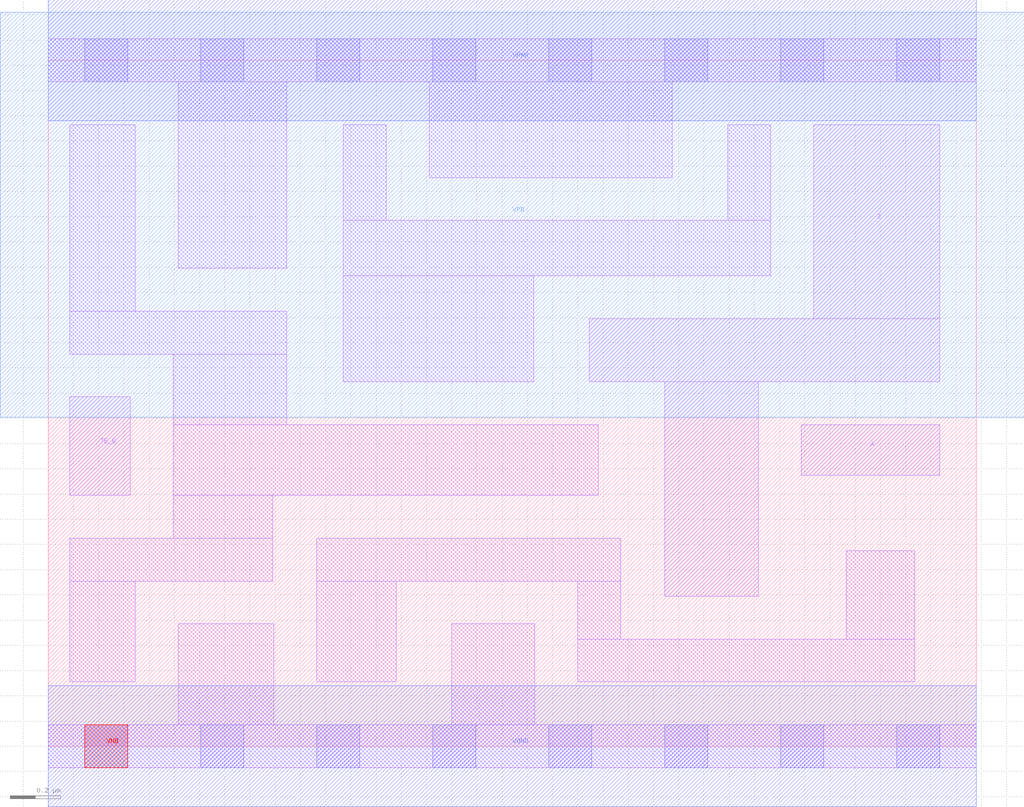
<source format=lef>
# Copyright 2020 The SkyWater PDK Authors
#
# Licensed under the Apache License, Version 2.0 (the "License");
# you may not use this file except in compliance with the License.
# You may obtain a copy of the License at
#
#     https://www.apache.org/licenses/LICENSE-2.0
#
# Unless required by applicable law or agreed to in writing, software
# distributed under the License is distributed on an "AS IS" BASIS,
# WITHOUT WARRANTIES OR CONDITIONS OF ANY KIND, either express or implied.
# See the License for the specific language governing permissions and
# limitations under the License.
#
# SPDX-License-Identifier: Apache-2.0

VERSION 5.7 ;
  NOWIREEXTENSIONATPIN ON ;
  DIVIDERCHAR "/" ;
  BUSBITCHARS "[]" ;
PROPERTYDEFINITIONS
  MACRO maskLayoutSubType STRING ;
  MACRO prCellType STRING ;
  MACRO originalViewName STRING ;
END PROPERTYDEFINITIONS
MACRO sky130_fd_sc_hdll__einvn_2
  CLASS CORE ;
  FOREIGN sky130_fd_sc_hdll__einvn_2 ;
  ORIGIN  0.000000  0.000000 ;
  SIZE  3.680000 BY  2.720000 ;
  SYMMETRY X Y R90 ;
  SITE unithd ;
  PIN A
    ANTENNAGATEAREA  0.555000 ;
    DIRECTION INPUT ;
    USE SIGNAL ;
    PORT
      LAYER li1 ;
        RECT 2.985000 1.075000 3.535000 1.275000 ;
    END
  END A
  PIN TE_B
    ANTENNAGATEAREA  0.516600 ;
    DIRECTION INPUT ;
    USE SIGNAL ;
    PORT
      LAYER li1 ;
        RECT 0.085000 0.995000 0.325000 1.385000 ;
    END
  END TE_B
  PIN VNB
    PORT
      LAYER pwell ;
        RECT 0.145000 -0.085000 0.315000 0.085000 ;
    END
  END VNB
  PIN VPB
    PORT
      LAYER nwell ;
        RECT -0.190000 1.305000 3.870000 2.910000 ;
    END
  END VPB
  PIN Z
    ANTENNADIFFAREA  0.768000 ;
    DIRECTION OUTPUT ;
    USE SIGNAL ;
    PORT
      LAYER li1 ;
        RECT 2.145000 1.445000 3.535000 1.695000 ;
        RECT 2.445000 0.595000 2.815000 1.445000 ;
        RECT 3.035000 1.695000 3.535000 2.465000 ;
    END
  END Z
  PIN VGND
    DIRECTION INOUT ;
    USE GROUND ;
    PORT
      LAYER met1 ;
        RECT 0.000000 -0.240000 3.680000 0.240000 ;
    END
  END VGND
  PIN VPWR
    DIRECTION INOUT ;
    USE POWER ;
    PORT
      LAYER met1 ;
        RECT 0.000000 2.480000 3.680000 2.960000 ;
    END
  END VPWR
  OBS
    LAYER li1 ;
      RECT 0.000000 -0.085000 3.680000 0.085000 ;
      RECT 0.000000  2.635000 3.680000 2.805000 ;
      RECT 0.085000  0.255000 0.345000 0.655000 ;
      RECT 0.085000  0.655000 0.890000 0.825000 ;
      RECT 0.085000  1.555000 0.945000 1.725000 ;
      RECT 0.085000  1.725000 0.345000 2.465000 ;
      RECT 0.495000  0.825000 0.890000 0.995000 ;
      RECT 0.495000  0.995000 2.180000 1.275000 ;
      RECT 0.495000  1.275000 0.945000 1.555000 ;
      RECT 0.515000  0.085000 0.895000 0.485000 ;
      RECT 0.515000  1.895000 0.945000 2.635000 ;
      RECT 1.065000  0.255000 1.380000 0.655000 ;
      RECT 1.065000  0.655000 2.270000 0.825000 ;
      RECT 1.170000  1.445000 1.925000 1.865000 ;
      RECT 1.170000  1.865000 2.865000 2.085000 ;
      RECT 1.170000  2.085000 1.340000 2.465000 ;
      RECT 1.510000  2.255000 2.475000 2.635000 ;
      RECT 1.600000  0.085000 1.930000 0.485000 ;
      RECT 2.100000  0.255000 3.435000 0.425000 ;
      RECT 2.100000  0.425000 2.270000 0.655000 ;
      RECT 2.695000  2.085000 2.865000 2.465000 ;
      RECT 3.165000  0.425000 3.435000 0.775000 ;
    LAYER mcon ;
      RECT 0.145000 -0.085000 0.315000 0.085000 ;
      RECT 0.145000  2.635000 0.315000 2.805000 ;
      RECT 0.605000 -0.085000 0.775000 0.085000 ;
      RECT 0.605000  2.635000 0.775000 2.805000 ;
      RECT 1.065000 -0.085000 1.235000 0.085000 ;
      RECT 1.065000  2.635000 1.235000 2.805000 ;
      RECT 1.525000 -0.085000 1.695000 0.085000 ;
      RECT 1.525000  2.635000 1.695000 2.805000 ;
      RECT 1.985000 -0.085000 2.155000 0.085000 ;
      RECT 1.985000  2.635000 2.155000 2.805000 ;
      RECT 2.445000 -0.085000 2.615000 0.085000 ;
      RECT 2.445000  2.635000 2.615000 2.805000 ;
      RECT 2.905000 -0.085000 3.075000 0.085000 ;
      RECT 2.905000  2.635000 3.075000 2.805000 ;
      RECT 3.365000 -0.085000 3.535000 0.085000 ;
      RECT 3.365000  2.635000 3.535000 2.805000 ;
  END
  PROPERTY maskLayoutSubType "abstract" ;
  PROPERTY prCellType "standard" ;
  PROPERTY originalViewName "layout" ;
END sky130_fd_sc_hdll__einvn_2
END LIBRARY

</source>
